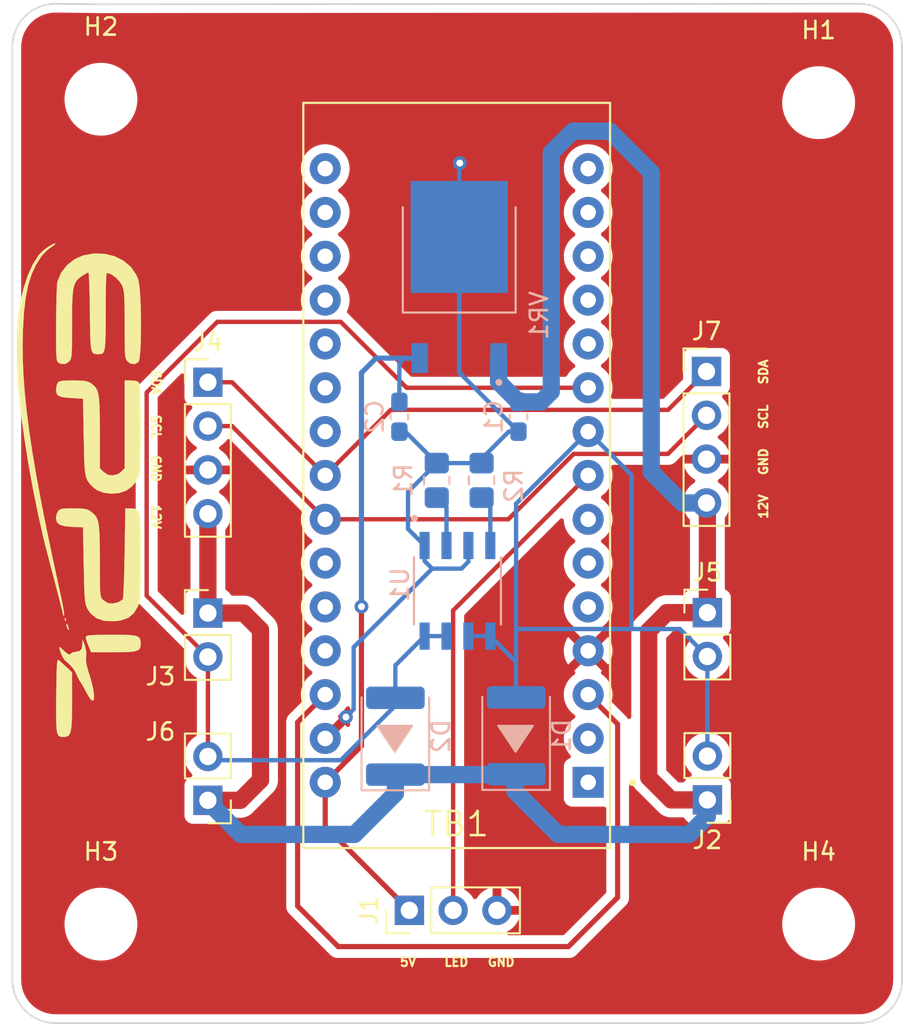
<source format=kicad_pcb>
(kicad_pcb (version 20211014) (generator pcbnew)
  (layers (0 "F.Cu" signal) (31 "B.Cu" signal) (34 "B.Paste" user) (35 "F.Paste" user) (36 "B.SilkS" user "B.Silkscreen") (37 "F.SilkS" user "F.Silkscreen") (38 "B.Mask" user) (39 "F.Mask" user) (44 "Edge.Cuts" user))
  (net 0 "")
  (net 1 "VCC")
  (net 2 "/SOL1")
  (net 3 "/SOL2")
  (net 4 "/LED")
  (net 5 "GND")
  (net 6 "/SDA")
  (net 7 "/SCL")
  (net 8 "/Gate 1")
  (net 9 "/Gate 2")
  (net 12 "unconnected-(TB1-Pad28)")
  (net 31 "/5V")
  (footprint "Connector_PinHeader_2.54mm:PinHeader_1x02_P2.54mm_Vertical" (layer "F.Cu") (at 176.75 93.75)
    (fp_text reference "J5" (at 0 -2.33) (layer "F.SilkS"))
    (fp_text value "Conn_01x02_Male")
    (fp_line (start -1.33 1.27) (end -1.33 3.87) (layer "F.SilkS") (width 0.12))
    (fp_line (start -1.33 0) (end -1.33 -1.33) (layer "F.SilkS") (width 0.12))
    (fp_line (start -1.33 -1.33) (end 0 -1.33) (layer "F.SilkS") (width 0.12))
    (fp_line (start -1.33 1.27) (end 1.33 1.27) (layer "F.SilkS") (width 0.12))
    (fp_line (start 1.33 1.27) (end 1.33 3.87) (layer "F.SilkS") (width 0.12))
    (fp_line (start -1.33 3.87) (end 1.33 3.87) (layer "F.SilkS") (width 0.12))
    (pad "1" thru_hole rect (at 0 0) (size 1.7 1.7) (drill 1) (layers *.Cu *.Mask) (net 1 "VCC"))
    (pad "2" thru_hole oval (at 0 2.54) (size 1.7 1.7) (drill 1) (layers *.Cu *.Mask) (net 2 "/SOL1"))
  )
  (footprint "footprints:MountingHole_3.2mm_M3" (layer "F.Cu") (at 183.2 64.2)
    (fp_text reference "H1" (at 0 -4.2) (layer "F.SilkS"))
    (fp_text value "MountingHole")
    (pad "" np_thru_hole circle locked (at 0 0) (size 3.2 3.2) (drill 3.2) (layers *.Cu *.Mask))
  )
  (footprint "Connector_PinHeader_2.54mm:PinHeader_1x04_P2.54mm_Vertical" (layer "F.Cu") (at 176.7 79.775)
    (fp_text reference "J7" (at 0 -2.33) (layer "F.SilkS"))
    (fp_text value "Conn_01x04_Male")
    (fp_line (start -1.33 -1.33) (end 0 -1.33) (layer "F.SilkS") (width 0.12))
    (fp_line (start 1.33 1.27) (end 1.33 8.95) (layer "F.SilkS") (width 0.12))
    (fp_line (start -1.33 1.27) (end -1.33 8.95) (layer "F.SilkS") (width 0.12))
    (fp_line (start -1.33 8.95) (end 1.33 8.95) (layer "F.SilkS") (width 0.12))
    (fp_line (start -1.33 1.27) (end 1.33 1.27) (layer "F.SilkS") (width 0.12))
    (fp_line (start -1.33 0) (end -1.33 -1.33) (layer "F.SilkS") (width 0.12))
    (pad "1" thru_hole rect (at 0 0) (size 1.7 1.7) (drill 1) (layers *.Cu *.Mask) (net 6 "/SDA"))
    (pad "2" thru_hole oval (at 0 2.54) (size 1.7 1.7) (drill 1) (layers *.Cu *.Mask) (net 7 "/SCL"))
    (pad "3" thru_hole oval (at 0 5.08) (size 1.7 1.7) (drill 1) (layers *.Cu *.Mask) (net 5 "GND"))
    (pad "4" thru_hole oval (at 0 7.62) (size 1.7 1.7) (drill 1) (layers *.Cu *.Mask) (net 1 "VCC"))
  )
  (footprint "Connector_PinHeader_2.54mm:PinHeader_1x02_P2.54mm_Vertical" (layer "F.Cu") (at 176.75 104.6 180)
    (fp_text reference "J2" (at 0 -2.33) (layer "F.SilkS"))
    (fp_text value "Conn_01x02_Male")
    (fp_line (start -1.33 1.27) (end 1.33 1.27) (layer "F.SilkS") (width 0.12))
    (fp_line (start 1.33 1.27) (end 1.33 3.87) (layer "F.SilkS") (width 0.12))
    (fp_line (start -1.33 0) (end -1.33 -1.33) (layer "F.SilkS") (width 0.12))
    (fp_line (start -1.33 -1.33) (end 0 -1.33) (layer "F.SilkS") (width 0.12))
    (fp_line (start -1.33 3.87) (end 1.33 3.87) (layer "F.SilkS") (width 0.12))
    (fp_line (start -1.33 1.27) (end -1.33 3.87) (layer "F.SilkS") (width 0.12))
    (pad "1" thru_hole rect (at 0 0 180) (size 1.7 1.7) (drill 1) (layers *.Cu *.Mask) (net 1 "VCC"))
    (pad "2" thru_hole oval (at 0 2.54 180) (size 1.7 1.7) (drill 1) (layers *.Cu *.Mask) (net 2 "/SOL1"))
  )
  (footprint ".pretty:SHIELD_ARDUINO_NANO" (layer "F.Cu") (at 162.22 85.8 180)
    (fp_text reference "TB1" (at 0.02 -20.2) (layer "F.SilkS") (effects (font (size 1.4 1.4))))
    (fp_text value "ARDUINO_NANO")
    (fp_line (start -8.89 -21.59) (end 8.89 -21.59) (layer "F.SilkS") (width 0.127))
    (fp_line (start -8.89 21.59) (end -8.89 -21.59) (layer "F.SilkS") (width 0.127))
    (fp_line (start 8.89 21.59) (end -8.89 21.59) (layer "F.SilkS") (width 0.127))
    (fp_line (start 8.89 -21.59) (end 8.89 21.59) (layer "F.SilkS") (width 0.127))
    (fp_circle (center -10.2 -17.8) (end -10.1 -17.8) (layer "F.SilkS") (width 0.2) (fill none))
    (pad "1" thru_hole rect locked (at -7.62 -17.78 180) (size 1.8 1.8) (drill 0.9) (layers *.Cu *.Mask))
    (pad "2" thru_hole circle locked (at -7.62 -15.24 180) (size 1.8 1.8) (drill 0.9) (layers *.Cu *.Mask))
    (pad "3" thru_hole circle locked (at -7.62 -12.7 180) (size 1.8 1.8) (drill 0.9) (layers *.Cu *.Mask) (net 12 "unconnected-(TB1-Pad28)"))
    (pad "4" thru_hole circle locked (at -7.62 -10.16 180) (size 1.8 1.8) (drill 0.9) (layers *.Cu *.Mask) (net 5 "GND"))
    (pad "5" thru_hole circle locked (at -7.62 -7.62 180) (size 1.8 1.8) (drill 0.9) (layers *.Cu *.Mask))
    (pad "6" thru_hole circle locked (at -7.62 -5.08 180) (size 1.8 1.8) (drill 0.9) (layers *.Cu *.Mask))
    (pad "7" thru_hole circle locked (at -7.62 -2.54 180) (size 1.8 1.8) (drill 0.9) (layers *.Cu *.Mask))
    (pad "8" thru_hole circle locked (at -7.62 0 180) (size 1.8 1.8) (drill 0.9) (layers *.Cu *.Mask) (net 4 "/LED"))
    (pad "9" thru_hole circle locked (at -7.62 2.54 180) (size 1.8 1.8) (drill 0.9) (layers *.Cu *.Mask) (net 2 "/SOL1"))
    (pad "10" thru_hole circle locked (at -7.62 5.08 180) (size 1.8 1.8) (drill 0.9) (layers *.Cu *.Mask) (net 3 "/SOL2"))
    (pad "11" thru_hole circle locked (at -7.62 7.62 180) (size 1.8 1.8) (drill 0.9) (layers *.Cu *.Mask))
    (pad "12" thru_hole circle locked (at -7.62 10.16 180) (size 1.8 1.8) (drill 0.9) (layers *.Cu *.Mask))
    (pad "13" thru_hole circle locked (at -7.62 12.7 180) (size 1.8 1.8) (drill 0.9) (layers *.Cu *.Mask))
    (pad "14" thru_hole circle locked (at -7.62 15.24 180) (size 1.8 1.8) (drill 0.9) (layers *.Cu *.Mask))
    (pad "15" thru_hole circle locked (at -7.62 17.78 180) (size 1.8 1.8) (drill 0.9) (layers *.Cu *.Mask))
    (pad "16" thru_hole circle locked (at 7.62 17.78 180) (size 1.8 1.8) (drill 0.9) (layers *.Cu *.Mask))
    (pad "17" thru_hole circle locked (at 7.62 15.24 180) (size 1.8 1.8) (drill 0.9) (layers *.Cu *.Mask))
    (pad "18" thru_hole circle locked (at 7.62 12.7 180) (size 1.8 1.8) (drill 0.9) (layers *.Cu *.Mask))
    (pad "19" thru_hole circle locked (at 7.62 10.16 180) (size 1.8 1.8) (drill 0.9) (layers *.Cu *.Mask))
    (pad "20" thru_hole circle locked (at 7.62 7.62 180) (size 1.8 1.8) (drill 0.9) (layers *.Cu *.Mask))
    (pad "21" thru_hole circle locked (at 7.62 5.08 180) (size 1.8 1.8) (drill 0.9) (layers *.Cu *.Mask))
    (pad "22" thru_hole circle locked (at 7.62 2.54 180) (size 1.8 1.8) (drill 0.9) (layers *.Cu *.Mask))
    (pad "23" thru_hole circle locked (at 7.62 0 180) (size 1.8 1.8) (drill 0.9) (layers *.Cu *.Mask) (net 6 "/SDA"))
    (pad "24" thru_hole circle locked (at 7.62 -2.54 180) (size 1.8 1.8) (drill 0.9) (layers *.Cu *.Mask) (net 7 "/SCL"))
    (pad "25" thru_hole circle locked (at 7.62 -5.08 180) (size 1.8 1.8) (drill 0.9) (layers *.Cu *.Mask))
    (pad "26" thru_hole circle locked (at 7.62 -7.62 180) (size 1.8 1.8) (drill 0.9) (layers *.Cu *.Mask))
    (pad "27" thru_hole circle locked (at 7.62 -10.16 180) (size 1.8 1.8) (drill 0.9) (layers *.Cu *.Mask))
    (pad "28" thru_hole circle locked (at 7.62 -12.7 180) (size 1.8 1.8) (drill 0.9) (layers *.Cu *.Mask) (net 12 "unconnected-(TB1-Pad28)"))
    (pad "29" thru_hole circle locked (at 7.62 -15.24 180) (size 1.8 1.8) (drill 0.9) (layers *.Cu *.Mask) (net 5 "GND"))
    (pad "30" thru_hole circle locked (at 7.62 -17.78 180) (size 1.8 1.8) (drill 0.9) (layers *.Cu *.Mask) (net 31 "/5V"))
  )
  (footprint "Connector_PinHeader_2.54mm:PinHeader_1x02_P2.54mm_Vertical" (layer "F.Cu") (at 147.8 93.775)
    (fp_text reference "J3" (at -2.75 3.675) (layer "F.SilkS"))
    (fp_text value "Conn_01x02_Male")
    (fp_line (start 1.33 1.27) (end 1.33 3.87) (layer "F.SilkS") (width 0.12))
    (fp_line (start -1.33 -1.33) (end 0 -1.33) (layer "F.SilkS") (width 0.12))
    (fp_line (start -1.33 0) (end -1.33 -1.33) (layer "F.SilkS") (width 0.12))
    (fp_line (start -1.33 1.27) (end -1.33 3.87) (layer "F.SilkS") (width 0.12))
    (fp_line (start -1.33 1.27) (end 1.33 1.27) (layer "F.SilkS") (width 0.12))
    (fp_line (start -1.33 3.87) (end 1.33 3.87) (layer "F.SilkS") (width 0.12))
    (pad "1" thru_hole rect (at 0 0) (size 1.7 1.7) (drill 1) (layers *.Cu *.Mask) (net 1 "VCC"))
    (pad "2" thru_hole oval (at 0 2.54) (size 1.7 1.7) (drill 1) (layers *.Cu *.Mask) (net 3 "/SOL2"))
  )
  (footprint "Connector_PinHeader_2.54mm:PinHeader_1x04_P2.54mm_Vertical" (layer "F.Cu") (at 147.8 80.4)
    (fp_text reference "J4" (at 0 -2.33) (layer "F.SilkS"))
    (fp_text value "Conn_01x04_Male")
    (fp_line (start -1.33 0) (end -1.33 -1.33) (layer "F.SilkS") (width 0.12))
    (fp_line (start -1.33 1.27) (end -1.33 8.95) (layer "F.SilkS") (width 0.12))
    (fp_line (start -1.33 1.27) (end 1.33 1.27) (layer "F.SilkS") (width 0.12))
    (fp_line (start -1.33 -1.33) (end 0 -1.33) (layer "F.SilkS") (width 0.12))
    (fp_line (start 1.33 1.27) (end 1.33 8.95) (layer "F.SilkS") (width 0.12))
    (fp_line (start -1.33 8.95) (end 1.33 8.95) (layer "F.SilkS") (width 0.12))
    (pad "1" thru_hole rect (at 0 0) (size 1.7 1.7) (drill 1) (layers *.Cu *.Mask) (net 6 "/SDA"))
    (pad "2" thru_hole oval (at 0 2.54) (size 1.7 1.7) (drill 1) (layers *.Cu *.Mask) (net 7 "/SCL"))
    (pad "3" thru_hole oval (at 0 5.08) (size 1.7 1.7) (drill 1) (layers *.Cu *.Mask) (net 5 "GND"))
    (pad "4" thru_hole oval (at 0 7.62) (size 1.7 1.7) (drill 1) (layers *.Cu *.Mask) (net 1 "VCC"))
  )
  (footprint "footprints:MountingHole_3.2mm_M3" (layer "F.Cu") (at 141.6 111.8)
    (fp_text reference "H3" (at 0 -4.2) (layer "F.SilkS"))
    (fp_text value "MountingHole")
    (pad "" np_thru_hole circle locked (at 0 0) (size 3.2 3.2) (drill 3.2) (layers *.Cu *.Mask))
  )
  (footprint ".pretty:eppl_logo" (layer "F.Cu") (at 140.35 86.9 -90)
    (fp_text reference "G***" hide)
    (fp_text value "LOGO" hide)
    (fp_poly (pts (xy 7.823579 0.653284) (xy 7.789334 0.677333) (xy 7.608592 0.747533) (xy 7.535334 0.754752) (xy 7.484703 0.730578) (xy 7.577667 0.677333) (xy 7.757171 0.613841) (xy 7.849787 0.605824) (xy 7.823579 0.653284)) (layer "F.SilkS") (width 0.01) (fill solid))
    (fp_poly (pts (xy -9.203977 -3.566669) (xy -8.69612 -3.551667) (xy -8.260449 -3.527073) (xy -7.924614 -3.492809) (xy -7.716266 -3.448797) (xy -7.668381 -3.422953) (xy -7.54706 -3.200637) (xy -7.585021 -2.958073) (xy -7.704666 -2.794) (xy -7.767737 -2.739855) (xy -7.84929 -2.698644) (xy -7.971432 -2.668612) (xy -8.156272 -2.648002) (xy -8.425914 -2.63506) (xy -8.802467 -2.628029) (xy -9.308036 -2.625154) (xy -9.836935 -2.624667) (xy -10.472584 -2.623575) (xy -10.963133 -2.619115) (xy -11.332809 -2.609514) (xy -11.605836 -2.592999) (xy -11.806441 -2.567794) (xy -11.95885 -2.532127) (xy -12.087289 -2.484223) (xy -12.149682 -2.455326) (xy -12.356861 -2.316198) (xy -12.557638 -2.11952) (xy -12.721642 -1.90553) (xy -12.818501 -1.714467) (xy -12.817842 -1.586567) (xy -12.81128 -1.578836) (xy -12.715158 -1.564122) (xy -12.472617 -1.5509) (xy -12.106569 -1.539725) (xy -11.639924 -1.531149) (xy -11.095594 -1.525727) (xy -10.543822 -1.524) (xy -9.841705 -1.523119) (xy -9.290658 -1.518361) (xy -8.872418 -1.506556) (xy -8.568724 -1.484536) (xy -8.361314 -1.44913) (xy -8.231925 -1.397168) (xy -8.162296 -1.32548) (xy -8.134164 -1.230897) (xy -8.129268 -1.110248) (xy -8.129296 -1.1049) (xy -8.13212 -0.969685) (xy -8.150909 -0.863197) (xy -8.203861 -0.781762) (xy -8.30917 -0.721705) (xy -8.485032 -0.679352) (xy -8.749642 -0.651028) (xy -9.121197 -0.633058) (xy -9.617891 -0.621768) (xy -10.25792 -0.613483) (xy -10.58015 -0.609947) (xy -11.182891 -0.601186) (xy -11.726203 -0.589137) (xy -12.188288 -0.574619) (xy -12.547346 -0.558454) (xy -12.781579 -0.541462) (xy -12.869187 -0.524463) (xy -12.869333 -0.523767) (xy -12.825596 -0.421894) (xy -12.715738 -0.238652) (xy -12.662837 -0.158755) (xy -12.537436 0.012264) (xy -12.4065 0.146161) (xy -12.248393 0.24745) (xy -12.041478 0.320644) (xy -11.76412 0.370254) (xy -11.394684 0.400794) (xy -10.911533 0.416776) (xy -10.293031 0.422714) (xy -9.872038 0.423333) (xy -9.237455 0.424077) (xy -8.750324 0.42745) (xy -8.388765 0.435161) (xy -8.130899 0.448919) (xy -7.954845 0.470434) (xy -7.838725 0.501415) (xy -7.760659 0.543571) (xy -7.704666 0.592666) (xy -7.555707 0.818426) (xy -7.566014 1.061636) (xy -7.622979 1.190899) (xy -7.657514 1.240798) (xy -7.714459 1.279268) (xy -7.813848 1.307681) (xy -7.975716 1.327408) (xy -8.220097 1.339822) (xy -8.567026 1.346294) (xy -9.036537 1.348198) (xy -9.648664 1.346904) (xy -9.887812 1.346) (xy -10.492076 1.341274) (xy -11.052026 1.332518) (xy -11.541698 1.320484) (xy -11.935128 1.305926) (xy -12.206352 1.289595) (xy -12.319 1.275497) (xy -12.826503 1.069119) (xy -13.273587 0.72796) (xy -13.626802 0.284414) (xy -13.844907 -0.202169) (xy -13.962355 -0.838329) (xy -13.944246 -1.459177) (xy -13.801198 -2.040172) (xy -13.543827 -2.556774) (xy -13.182747 -2.984442) (xy -12.728574 -3.298637) (xy -12.457444 -3.409573) (xy -12.218528 -3.459557) (xy -11.858238 -3.50049) (xy -11.404225 -3.532293) (xy -10.884142 -3.554889) (xy -10.325638 -3.568202) (xy -9.756366 -3.572155) (xy -9.203977 -3.566669)) (layer "F.SilkS") (width 0.01) (fill solid))
    (fp_poly (pts (xy -3.43942 -3.555109) (xy -2.858108 -3.550614) (xy -2.317315 -3.541829) (xy -1.843268 -3.528731) (xy -1.462193 -3.511296) (xy -1.200314 -3.489502) (xy -1.106481 -3.473001) (xy -0.778815 -3.312441) (xy -0.464314 -3.047574) (xy -0.228987 -2.734974) (xy -0.215423 -2.709334) (xy -0.081547 -2.308792) (xy -0.043418 -1.86076) (xy -0.096638 -1.419642) (xy -0.236811 -1.039843) (xy -0.364928 -0.85959) (xy -0.518213 -0.697086) (xy -0.654618 -0.569199) (xy -0.796283 -0.471363) (xy -0.965352 -0.399013) (xy -1.183965 -0.347583) (xy -1.474265 -0.312508) (xy -1.858393 -0.289223) (xy -2.358492 -0.273162) (xy -2.996702 -0.25976) (xy -3.302 -0.254) (xy -5.545666 -0.211667) (xy -5.588 0.490145) (xy -5.622362 0.883944) (xy -5.679781 1.137645) (xy -5.777454 1.280381) (xy -5.932576 1.341286) (xy -6.096 1.350795) (xy -6.324047 1.315331) (xy -6.455833 1.263218) (xy -6.526456 1.196942) (xy -6.570872 1.075316) (xy -6.59467 0.864585) (xy -6.603443 0.530994) (xy -6.604 0.368696) (xy -6.598614 -0.028993) (xy -6.577508 -0.300944) (xy -6.533261 -0.490552) (xy -6.458452 -0.641208) (xy -6.42208 -0.69501) (xy -6.310223 -0.837188) (xy -6.186598 -0.949018) (xy -6.030422 -1.034108) (xy -5.820913 -1.096065) (xy -5.537286 -1.138496) (xy -5.15876 -1.16501) (xy -4.664551 -1.179212) (xy -4.033877 -1.184711) (xy -3.597204 -1.185334) (xy -1.516303 -1.185334) (xy -1.308485 -1.393152) (xy -1.134914 -1.667802) (xy -1.100666 -1.905001) (xy -1.169759 -2.228021) (xy -1.308485 -2.416849) (xy -1.516303 -2.624667) (xy -6.604 -2.624667) (xy -6.604 -3.002688) (xy -6.582569 -3.269728) (xy -6.506905 -3.42007) (xy -6.440233 -3.468355) (xy -6.309592 -3.493254) (xy -6.035893 -3.514023) (xy -5.645362 -3.530639) (xy -5.164224 -3.543078) (xy -4.618703 -3.551318) (xy -4.035027 -3.555336) (xy -3.43942 -3.555109)) (layer "F.SilkS") (width 0.01) (fill solid))
    (fp_poly (pts (xy 8.814921 -3.543634) (xy 8.946347 -3.49164) (xy 9.037504 -3.377676) (xy 9.095613 -3.179399) (xy 9.1279 -2.874466) (xy 9.141588 -2.440535) (xy 9.144 -1.984756) (xy 9.144 -0.679606) (xy 8.861459 -0.561553) (xy 8.547625 -0.436573) (xy 8.352989 -0.380045) (xy 8.243939 -0.387455) (xy 8.186866 -0.454287) (xy 8.18036 -0.470069) (xy 8.16241 -0.598556) (xy 8.147112 -0.863907) (xy 8.135617 -1.233658) (xy 8.129073 -1.675347) (xy 8.128 -1.948211) (xy 8.131745 -2.508655) (xy 8.14764 -2.921969) (xy 8.182675 -3.210278) (xy 8.243841 -3.395704) (xy 8.338129 -3.500374) (xy 8.472528 -3.546411) (xy 8.636 -3.556) (xy 8.814921 -3.543634)) (layer "F.SilkS") (width 0.01) (fill solid))
    (fp_poly (pts (xy 11.950404 -0.80449) (xy 11.933521 -0.714279) (xy 11.932519 -0.713062) (xy 11.79682 -0.601455) (xy 11.567241 -0.458124) (xy 11.392985 -0.364744) (xy 11.131334 -0.226219) (xy 10.919589 -0.100994) (xy 10.837334 -0.043094) (xy 10.675536 0.054809) (xy 10.440104 0.1586) (xy 10.393541 0.175673) (xy 10.136754 0.317523) (xy 9.881995 0.537028) (xy 9.813871 0.614621) (xy 9.624902 0.826748) (xy 9.435563 0.967014) (xy 9.181909 1.075558) (xy 8.974667 1.141432) (xy 8.859913 1.169122) (xy 8.842587 1.140141) (xy 8.93072 1.030843) (xy 9.058355 0.895045) (xy 9.229487 0.697178) (xy 9.282023 0.577732) (xy 9.240587 0.515367) (xy 9.154051 0.386207) (xy 9.115618 0.201559) (xy 9.071715 -0.021621) (xy 8.942228 -0.135887) (xy 8.688415 -0.174597) (xy 8.678334 -0.174944) (xy 8.424334 -0.183147) (xy 8.720167 -0.311916) (xy 9.134925 -0.403383) (xy 9.376345 -0.391294) (xy 9.624699 -0.38249) (xy 9.919236 -0.427315) (xy 10.304514 -0.53389) (xy 10.490001 -0.594285) (xy 10.903989 -0.717572) (xy 11.282244 -0.802313) (xy 11.599545 -0.846431) (xy 11.830672 -0.847849) (xy 11.950404 -0.80449)) (layer "F.SilkS") (width 0.01) (fill solid))
    (fp_poly (pts (xy 12.639017 0.426495) (xy 13.135306 0.439095) (xy 13.501171 0.465803) (xy 13.756031 0.511291) (xy 13.919307 0.580229) (xy 14.01042 0.677288) (xy 14.04879 0.807138) (xy 14.054667 0.9192) (xy 14.048947 1.053853) (xy 14.018757 1.157373) (xy 13.944551 1.233671) (xy 13.806784 1.286659) (xy 13.585908 1.32025) (xy 13.26238 1.338355) (xy 12.816652 1.344886) (xy 12.22918 1.343754) (xy 11.942234 1.34198) (xy 11.376758 1.336759) (xy 10.856643 1.329204) (xy 10.409796 1.319941) (xy 10.064124 1.309593) (xy 9.847537 1.298786) (xy 9.800167 1.294023) (xy 9.631539 1.26213) (xy 9.567334 1.238418) (xy 9.620256 1.171142) (xy 9.7585 1.015353) (xy 9.937387 0.820708) (xy 10.30744 0.423333) (xy 11.992881 0.423333) (xy 12.639017 0.426495)) (layer "F.SilkS") (width 0.01) (fill solid))
    (fp_poly (pts (xy 7.00688 0.882657) (xy 7.024561 0.931472) (xy 7.020278 0.931998) (xy 6.9173 0.952959) (xy 6.67967 1.009907) (xy 6.336407 1.095407) (xy 5.916529 1.202023) (xy 5.449057 1.322321) (xy 4.96301 1.448866) (xy 4.487406 1.574223) (xy 4.051265 1.690958) (xy 3.937 1.721949) (xy 2.632226 2.055579) (xy 1.233126 2.374327) (xy -0.221333 2.671288) (xy -1.692184 2.939561) (xy -3.140461 3.172241) (xy -4.527196 3.362426) (xy -5.813423 3.503212) (xy -6.392333 3.551861) (xy -7.542986 3.612444) (xy -8.670677 3.624158) (xy -9.721699 3.587137) (xy -10.287 3.542202) (xy -11.147396 3.419029) (xy -11.963341 3.229516) (xy -12.706036 2.98364) (xy -13.346678 2.691377) (xy -13.856467 2.362702) (xy -13.971217 2.266065) (xy -14.131378 2.09484) (xy -14.297104 1.87696) (xy -14.439551 1.656866) (xy -14.529876 1.479001) (xy -14.540487 1.388931) (xy -14.476836 1.427398) (xy -14.367408 1.573681) (xy -14.324696 1.642845) (xy -14.149157 1.871383) (xy -13.90445 2.111449) (xy -13.785034 2.207346) (xy -13.290755 2.522161) (xy -12.737537 2.775028) (xy -12.104169 2.971203) (xy -11.369434 3.11594) (xy -10.51212 3.214495) (xy -9.511013 3.272123) (xy -9.482666 3.27313) (xy -8.614175 3.289184) (xy -7.717132 3.276085) (xy -6.779562 3.232123) (xy -5.789488 3.155588) (xy -4.734937 3.044771) (xy -3.603932 2.897962) (xy -2.384498 2.71345) (xy -1.06466 2.489528) (xy 0.367557 2.224483) (xy 1.92413 1.916608) (xy 3.617034 1.564191) (xy 5.458243 1.165525) (xy 5.786269 1.093159) (xy 6.209602 1.003508) (xy 6.571926 0.934286) (xy 6.842307 0.890829) (xy 6.989816 0.87847) (xy 7.00688 0.882657)) (layer "F.SilkS") (width 0.01) (fill solid))
    (fp_poly (pts (xy 7.34307 0.795513) (xy 7.317819 0.833995) (xy 7.231945 0.839982) (xy 7.141602 0.819305) (xy 7.180792 0.788829) (xy 7.313116 0.778736) (xy 7.34307 0.795513)) (layer "F.SilkS") (width 0.01) (fill solid))
    (fp_poly (pts (xy 4.341266 -3.555302) (xy 4.914344 -3.552367) (xy 5.360348 -3.545941) (xy 5.700406 -3.534765) (xy 5.955648 -3.517585) (xy 6.147202 -3.493142) (xy 6.296196 -3.460182) (xy 6.423759 -3.417446) (xy 6.503638 -3.384502) (xy 6.887783 -3.152647) (xy 7.149571 -2.832037) (xy 7.301767 -2.402019) (xy 7.350569 -2.014536) (xy 7.325106 -1.446259) (xy 7.17313 -0.989706) (xy 6.893883 -0.643199) (xy 6.658577 -0.484002) (xy 6.542425 -0.426613) (xy 6.41923 -0.381568) (xy 6.266549 -0.346846) (xy 6.061935 -0.320423) (xy 5.782946 -0.300278) (xy 5.407136 -0.284387) (xy 4.912061 -0.270728) (xy 4.275278 -0.257279) (xy 4.106334 -0.254) (xy 1.905 -0.211667) (xy 1.87974 0.421189) (xy 1.840568 0.850387) (xy 1.755785 1.134766) (xy 1.613592 1.29543) (xy 1.402184 1.353483) (xy 1.357727 1.354666) (xy 1.119599 1.309044) (xy 0.968682 1.23433) (xy 0.888779 1.153746) (xy 0.839491 1.029827) (xy 0.813839 0.825072) (xy 0.804841 0.501976) (xy 0.804334 0.351446) (xy 0.810735 -0.037867) (xy 0.835116 -0.302497) (xy 0.88524 -0.486785) (xy 0.968871 -0.635073) (xy 0.979685 -0.650051) (xy 1.102883 -0.805403) (xy 1.232257 -0.927477) (xy 1.389052 -1.02026) (xy 1.59451 -1.087739) (xy 1.869874 -1.1339) (xy 2.236386 -1.16273) (xy 2.715289 -1.178216) (xy 3.327827 -1.184345) (xy 3.831167 -1.185202) (xy 4.482924 -1.185952) (xy 4.986604 -1.189158) (xy 5.363461 -1.196391) (xy 5.634747 -1.209222) (xy 5.821717 -1.229224) (xy 5.945624 -1.257968) (xy 6.027722 -1.297025) (xy 6.089264 -1.347967) (xy 6.093847 -1.352514) (xy 6.24327 -1.561504) (xy 6.315104 -1.735157) (xy 6.318644 -1.9698) (xy 6.249671 -2.235777) (xy 6.133675 -2.453409) (xy 6.063809 -2.52065) (xy 5.958259 -2.537383) (xy 5.704926 -2.555171) (xy 5.32535 -2.573178) (xy 4.841069 -2.590566) (xy 4.273623 -2.6065) (xy 3.644553 -2.620141) (xy 3.386667 -2.624667) (xy 0.804334 -2.667) (xy 0.815308 -2.99935) (xy 0.823077 -3.151071) (xy 0.846722 -3.272366) (xy 0.903396 -3.366642) (xy 1.010255 -3.437302) (xy 1.184453 -3.487752) (xy 1.443144 -3.521395) (xy 1.803482 -3.541637) (xy 2.282622 -3.551882) (xy 2.897718 -3.555535) (xy 3.619987 -3.556) (xy 4.341266 -3.555302)) (layer "F.SilkS") (width 0.01) (fill solid))
  )
  (footprint "Connector_PinHeader_2.54mm:PinHeader_1x02_P2.54mm_Vertical" (layer "F.Cu") (at 147.8 104.625 180)
    (fp_text reference "J6" (at 2.75 3.975) (layer "F.SilkS"))
    (fp_text value "Conn_01x02_Male")
    (fp_line (start -1.33 3.87) (end 1.33 3.87) (layer "F.SilkS") (width 0.12))
    (fp_line (start -1.33 1.27) (end 1.33 1.27) (layer "F.SilkS") (width 0.12))
    (fp_line (start 1.33 1.27) (end 1.33 3.87) (layer "F.SilkS") (width 0.12))
    (fp_line (start -1.33 1.27) (end -1.33 3.87) (layer "F.SilkS") (width 0.12))
    (fp_line (start -1.33 -1.33) (end 0 -1.33) (layer "F.SilkS") (width 0.12))
    (fp_line (start -1.33 0) (end -1.33 -1.33) (layer "F.SilkS") (width 0.12))
    (pad "1" thru_hole rect (at 0 0 180) (size 1.7 1.7) (drill 1) (layers *.Cu *.Mask) (net 1 "VCC"))
    (pad "2" thru_hole oval (at 0 2.54 180) (size 1.7 1.7) (drill 1) (layers *.Cu *.Mask) (net 3 "/SOL2"))
  )
  (footprint "footprints:MountingHole_3.2mm_M3" (layer "F.Cu") (at 183.2 111.8)
    (fp_text reference "H4" (at 0 -4.2) (layer "F.SilkS"))
    (fp_text value "MountingHole")
    (pad "" np_thru_hole circle locked (at 0 0) (size 3.2 3.2) (drill 3.2) (layers *.Cu *.Mask))
  )
  (footprint "Connector_PinHeader_2.54mm:PinHeader_1x03_P2.54mm_Vertical" (layer "F.Cu") (at 159.475 111 90)
    (fp_text reference "J1" (at 0 -2.33 90) (layer "F.SilkS"))
    (fp_text value "Conn_01x03_Male")
    (fp_line (start -1.33 0) (end -1.33 -1.33) (layer "F.SilkS") (width 0.12))
    (fp_line (start -1.33 6.41) (end 1.33 6.41) (layer "F.SilkS") (width 0.12))
    (fp_line (start 1.33 1.27) (end 1.33 6.41) (layer "F.SilkS") (width 0.12))
    (fp_line (start -1.33 -1.33) (end 0 -1.33) (layer "F.SilkS") (width 0.12))
    (fp_line (start -1.33 1.27) (end 1.33 1.27) (layer "F.SilkS") (width 0.12))
    (fp_line (start -1.33 1.27) (end -1.33 6.41) (layer "F.SilkS") (width 0.12))
    (pad "1" thru_hole rect (at 0 0 90) (size 1.7 1.7) (drill 1) (layers *.Cu *.Mask) (net 31 "/5V"))
    (pad "2" thru_hole oval (at 0 2.54 90) (size 1.7 1.7) (drill 1) (layers *.Cu *.Mask) (net 4 "/LED"))
    (pad "3" thru_hole oval (at 0 5.08 90) (size 1.7 1.7) (drill 1) (layers *.Cu *.Mask) (net 5 "GND"))
  )
  (footprint "footprints:MountingHole_3.2mm_M3" (layer "F.Cu") (at 141.6 64)
    (fp_text reference "H2" (at 0 -4.2) (layer "F.SilkS"))
    (fp_text value "MountingHole")
    (pad "" np_thru_hole circle locked (at 0 0) (size 3.2 3.2) (drill 3.2) (layers *.Cu *.Mask))
  )
  (footprint "Resistor_SMD:R_0805_2012Metric_Pad1.20x1.40mm_HandSolder" (layer "B.Cu") (at 161.065 86.085 -90)
    (fp_text reference "R1" (at 0 1.935 90) (layer "B.SilkS") (effects (justify mirror)))
    (fp_text value "10k")
    (fp_line (start -0.227064 -0.735) (end 0.227064 -0.735) (layer "B.SilkS") (width 0.12))
    (fp_line (start -0.227064 0.735) (end 0.227064 0.735) (layer "B.SilkS") (width 0.12))
    (pad "1" smd roundrect (at -1 0 270) (size 1.2 1.4) (layers "B.Cu" "B.Paste" "B.Mask") (roundrect_rratio 0.2083333333) (net 5 "GND"))
    (pad "2" smd roundrect (at 1 0 270) (size 1.2 1.4) (layers "B.Cu" "B.Paste" "B.Mask") (roundrect_rratio 0.2083333333) (net 8 "/Gate 1"))
  )
  (footprint "Resistor_SMD:R_0805_2012Metric_Pad1.20x1.40mm_HandSolder" (layer "B.Cu") (at 163.665 86.085 -90)
    (fp_text reference "R2" (at 0.315 -1.865 90) (layer "B.SilkS") (effects (justify mirror)))
    (fp_text value "10k")
    (fp_line (start -0.227064 -0.735) (end 0.227064 -0.735) (layer "B.SilkS") (width 0.12))
    (fp_line (start -0.227064 0.735) (end 0.227064 0.735) (layer "B.SilkS") (width 0.12))
    (pad "1" smd roundrect (at -1 0 270) (size 1.2 1.4) (layers "B.Cu" "B.Paste" "B.Mask") (roundrect_rratio 0.2083333333) (net 5 "GND"))
    (pad "2" smd roundrect (at 1 0 270) (size 1.2 1.4) (layers "B.Cu" "B.Paste" "B.Mask") (roundrect_rratio 0.2083333333) (net 9 "/Gate 2"))
  )
  (footprint "Capacitor_SMD:C_0603_1608Metric_Pad1.08x0.95mm_HandSolder" (layer "B.Cu") (at 158.9 82.4 -90)
    (fp_text reference "C2" (at 0 1.43 90) (layer "B.SilkS") (effects (justify mirror)))
    (fp_text value "0.1uF")
    (fp_line (start -0.146267 0.51) (end 0.146267 0.51) (layer "B.SilkS") (width 0.12))
    (fp_line (start -0.146267 -0.51) (end 0.146267 -0.51) (layer "B.SilkS") (width 0.12))
    (pad "1" smd roundrect (at -0.8625 0 270) (size 1.075 0.95) (layers "B.Cu" "B.Paste" "B.Mask") (net 31 "/5V"))
    (pad "2" smd roundrect (at 0.8625 0 270) (size 1.075 0.95) (layers "B.Cu" "B.Paste" "B.Mask") (net 5 "GND"))
  )
  (footprint "Capacitor_SMD:C_0603_1608Metric_Pad1.08x0.95mm_HandSolder" (layer "B.Cu") (at 165.8 82.4 -90)
    (fp_text reference "C1" (at 0 1.43 90) (layer "B.SilkS") (effects (justify mirror)))
    (fp_text value "0.33 uF")
    (fp_line (start -0.146267 0.51) (end 0.146267 0.51) (layer "B.SilkS") (width 0.12))
    (fp_line (start -0.146267 -0.51) (end 0.146267 -0.51) (layer "B.SilkS") (width 0.12))
    (pad "1" smd roundrect (at -0.8625 0 270) (size 1.075 0.95) (layers "B.Cu" "B.Paste" "B.Mask") (net 1 "VCC"))
    (pad "2" smd roundrect (at 0.8625 0 270) (size 1.075 0.95) (layers "B.Cu" "B.Paste" "B.Mask") (net 5 "GND"))
  )
  (footprint "Diode_SMD:D_1812_4532Metric_Pad1.30x3.40mm_HandSolder" (layer "B.Cu") (at 158.665 100.91 90)
    (fp_text reference "D2" (at 0 2.65 90) (layer "B.SilkS") (effects (justify mirror)))
    (fp_text value "D")
    (fp_line (start -3.135 -1.96) (end 2.25 -1.96) (layer "B.SilkS") (width 0.12))
    (fp_line (start -3.135 1.96) (end -3.135 -1.96) (layer "B.SilkS") (width 0.12))
    (fp_line (start 2.25 1.96) (end -3.135 1.96) (layer "B.SilkS") (width 0.12))
    (pad "1" smd roundrect (at -2.225 0 90) (size 1.3 3.4) (layers "B.Cu" "B.Paste" "B.Mask") (roundrect_rratio 0.1923076923) (net 1 "VCC"))
    (pad "2" smd roundrect (at 2.225 0 90) (size 1.3 3.4) (layers "B.Cu" "B.Paste" "B.Mask") (roundrect_rratio 0.1923076923) (net 3 "/SOL2"))
  )
  (footprint ".pretty:SOIC127P600X150-8N" (layer "B.Cu") (at 162.265 92.485 -90)
    (fp_text reference "U1" (at -0.355 3.332 90) (layer "B.SilkS") (effects (justify mirror)))
    (fp_text value "DMN4026SSD")
    (fp_line (start -1.95 -2.52) (end 1.95 -2.52) (layer "B.SilkS") (width 0.127))
    (fp_line (start -1.95 2.52) (end 1.95 2.52) (layer "B.SilkS") (width 0.127))
    (fp_circle (center -4.205 2.495) (end -4.105 2.495) (layer "B.SilkS") (width 0.2) (fill none))
    (pad "1" smd roundrect locked (at -2.625 1.905 270) (size 1.58 0.59) (layers "B.Cu" "B.Paste" "B.Mask") (roundrect_rratio 0.07) (net 5 "GND"))
    (pad "2" smd roundrect locked (at -2.625 0.635 270) (size 1.58 0.59) (layers "B.Cu" "B.Paste" "B.Mask") (roundrect_rratio 0.07) (net 8 "/Gate 1"))
    (pad "3" smd roundrect locked (at -2.625 -0.635 270) (size 1.58 0.59) (layers "B.Cu" "B.Paste" "B.Mask") (roundrect_rratio 0.07) (net 5 "GND"))
    (pad "4" smd roundrect locked (at -2.625 -1.905 270) (size 1.58 0.59) (layers "B.Cu" "B.Paste" "B.Mask") (roundrect_rratio 0.07) (net 9 "/Gate 2"))
    (pad "5" smd roundrect locked (at 2.625 -1.905 270) (size 1.58 0.59) (layers "B.Cu" "B.Paste" "B.Mask") (roundrect_rratio 0.07) (net 2 "/SOL1"))
    (pad "6" smd roundrect locked (at 2.625 -0.635 270) (size 1.58 0.59) (layers "B.Cu" "B.Paste" "B.Mask") (roundrect_rratio 0.07) (net 2 "/SOL1"))
    (pad "7" smd roundrect locked (at 2.625 0.635 270) (size 1.58 0.59) (layers "B.Cu" "B.Paste" "B.Mask") (roundrect_rratio 0.07) (net 3 "/SOL2"))
    (pad "8" smd roundrect locked (at 2.625 1.905 270) (size 1.58 0.59) (layers "B.Cu" "B.Paste" "B.Mask") (roundrect_rratio 0.07) (net 3 "/SOL2"))
  )
  (footprint "Diode_SMD:D_1812_4532Metric_Pad1.30x3.40mm_HandSolder" (layer "B.Cu") (at 165.665 100.885 90)
    (fp_text reference "D1" (at 0 2.65 90) (layer "B.SilkS") (effects (justify mirror)))
    (fp_text value "D")
    (fp_line (start -3.135 1.96) (end -3.135 -1.96) (layer "B.SilkS") (width 0.12))
    (fp_line (start -3.135 -1.96) (end 2.25 -1.96) (layer "B.SilkS") (width 0.12))
    (fp_line (start 2.25 1.96) (end -3.135 1.96) (layer "B.SilkS") (width 0.12))
    (pad "1" smd roundrect (at -2.225 0 90) (size 1.3 3.4) (layers "B.Cu" "B.Paste" "B.Mask") (roundrect_rratio 0.1923076923) (net 1 "VCC"))
    (pad "2" smd roundrect (at 2.225 0 90) (size 1.3 3.4) (layers "B.Cu" "B.Paste" "B.Mask") (roundrect_rratio 0.1923076923) (net 2 "/SOL1"))
  )
  (footprint ".pretty:TO228P991X255-3N" (layer "B.Cu") (at 162.365 74.3025 90)
    (fp_text reference "VR1" (at -2.23 4.635 90) (layer "B.SilkS") (effects (justify mirror)))
    (fp_text value "LM78M05CDTX/NOPB")
    (fp_line (start 4.043 3.27) (end -2.058 3.27) (layer "B.SilkS") (width 0.127))
    (fp_line (start -2.058 3.27) (end -2.058 -3.27) (layer "B.SilkS") (width 0.127))
    (fp_line (start -2.058 -3.27) (end 4.043 -3.27) (layer "B.SilkS") (width 0.127))
    (fp_circle (center -6.105 2.3) (end -6.005 2.3) (layer "B.SilkS") (width 0.2) (fill none))
    (pad "1" smd rect locked (at -4.7 2.285 90) (size 1.73 0.96) (layers "B.Cu" "B.Paste" "B.Mask") (net 1 "VCC"))
    (pad "3" smd rect locked (at -4.7 -2.285 90) (size 1.73 0.96) (layers "B.Cu" "B.Paste" "B.Mask") (net 31 "/5V"))
    (pad "4" smd rect locked (at 2.32 0 90) (size 6.49 5.63) (layers "B.Cu" "B.Mask") (net 5 "GND"))
  )
  (gr_poly (pts (xy 159.65 100.3) (xy 157.618 100.3) (xy 158.634 101.824)) (layer "B.SilkS") (width 0.1) (fill solid))
  (gr_poly (pts (xy 166.65 100.3) (xy 164.618 100.3) (xy 165.634 101.824)) (layer "B.SilkS") (width 0.1) (fill solid))
  (gr_line (start 138.967767 58.467767) (end 141.5 58.5) (layer "Edge.Cuts") (width 0.1))
  (gr_arc (start 136.467767 60.967767) (mid 137.2 59.2) (end 138.967767 58.467767) (layer "Edge.Cuts") (width 0.1))
  (gr_line (start 141.5 58.5) (end 185.532233 58.467767) (layer "Edge.Cuts") (width 0.1))
  (gr_line (start 136.467767 115.032233) (end 136.467767 60.967767) (layer "Edge.Cuts") (width 0.1))
  (gr_line (start 185.532233 117.532233) (end 138.967767 117.532233) (layer "Edge.Cuts") (width 0.1))
  (gr_line (start 188.032233 60.967767) (end 188.032233 115.032233) (layer "Edge.Cuts") (width 0.1))
  (gr_arc (start 138.967767 117.532233) (mid 137.2 116.8) (end 136.467767 115.032233) (layer "Edge.Cuts") (width 0.1))
  (gr_arc (start 185.532233 58.467767) (mid 187.3 59.2) (end 188.032233 60.967767) (layer "Edge.Cuts") (width 0.1))
  (gr_arc (start 188.032233 115.032233) (mid 187.3 116.8) (end 185.532233 117.532233) (layer "Edge.Cuts") (width 0.1))
  (gr_text "SDA" (at 144.8 80.4 270) (layer "F.SilkS") (effects (font (size 0.5 0.5) (thickness 0.125))))
  (gr_text "SCL" (at 180 82.4 90) (layer "F.SilkS") (effects (font (size 0.5 0.5) (thickness 0.125))))
  (gr_text "SCL" (at 144.8 83 270) (layer "F.SilkS") (effects (font (size 0.5 0.5) (thickness 0.125))))
  (gr_text "LED" (at 162.2 114) (layer "F.SilkS") (effects (font (size 0.5 0.5) (thickness 0.125))))
  (gr_text "12V" (at 144.8 88.2 270) (layer "F.SilkS") (effects (font (size 0.5 0.5) (thickness 0.125))))
  (gr_text "5V" (at 159.4 114) (layer "F.SilkS") (effects (font (size 0.5 0.5) (thickness 0.125))))
  (gr_text "SDA" (at 180 79.8 90) (layer "F.SilkS") (effects (font (size 0.5 0.5) (thickness 0.125))))
  (gr_text "GND" (at 144.8 85.4 270) (layer "F.SilkS") (effects (font (size 0.5 0.5) (thickness 0.125))))
  (gr_text "GND" (at 164.8 114) (layer "F.SilkS") (effects (font (size 0.5 0.5) (thickness 0.125))))
  (gr_text "GND" (at 180 85 90) (layer "F.SilkS") (effects (font (size 0.5 0.5) (thickness 0.125))))
  (gr_text "12V" (at 180 87.6 90) (layer "F.SilkS") (effects (font (size 0.5 0.5) (thickness 0.125))))
  (segment (start 176.75 87.445) (end 176.7 87.395) (width 1) (layer "F.Cu") (net 1))
  (segment (start 150.85 94.75) (end 150.85 103.45) (width 1) (layer "F.Cu") (net 1))
  (segment (start 173.35 103.3) (end 173.35 94.8) (width 1) (layer "F.Cu") (net 1))
  (segment (start 176.75 104.6) (end 174.65 104.6) (width 1) (layer "F.Cu") (net 1))
  (segment (start 150.85 103.45) (end 149.675 104.625) (width 1) (layer "F.Cu") (net 1))
  (segment (start 149.875 93.775) (end 150.85 94.75) (width 1) (layer "F.Cu") (net 1))
  (segment (start 147.8 88.02) (end 147.8 93.775) (width 1) (layer "F.Cu") (net 1))
  (segment (start 147.8 93.775) (end 149.875 93.775) (width 1) (layer "F.Cu") (net 1))
  (segment (start 174.65 104.6) (end 173.35 103.3) (width 1) (layer "F.Cu") (net 1))
  (segment (start 176.75 93.75) (end 176.75 87.445) (width 1) (layer "F.Cu") (net 1))
  (segment (start 174.4 93.75) (end 176.75 93.75) (width 1) (layer "F.Cu") (net 1))
  (segment (start 149.675 104.625) (end 147.8 104.625) (width 1) (layer "F.Cu") (net 1))
  (segment (start 173.35 94.8) (end 174.4 93.75) (width 1) (layer "F.Cu") (net 1))
  (segment (start 164.65 80.3875) (end 165.8 81.5375) (width 1) (layer "B.Cu") (net 1))
  (segment (start 158.665 104.235) (end 158.665 103.135) (width 1) (layer "B.Cu") (net 1))
  (segment (start 147.8 104.625) (end 147.8 104.7) (width 1) (layer "B.Cu") (net 1))
  (segment (start 164.65 79.0025) (end 164.65 80.3875) (width 1) (layer "B.Cu") (net 1))
  (segment (start 167.1125 81.5375) (end 167.7 80.95) (width 1) (layer "B.Cu") (net 1))
  (segment (start 167.7 67.1) (end 168.95 65.85) (width 1) (layer "B.Cu") (net 1))
  (segment (start 173.5 85.6) (end 175.295 87.395) (width 1) (layer "B.Cu") (net 1))
  (segment (start 165.6 103.175) (end 165.6 104.1) (width 1) (layer "B.Cu") (net 1))
  (segment (start 175.295 87.395) (end 176.7 87.395) (width 1) (layer "B.Cu") (net 1))
  (segment (start 158.665 103.135) (end 165.64 103.135) (width 1) (layer "B.Cu") (net 1))
  (segment (start 147.8 104.7) (end 149.7 106.6) (width 1) (layer "B.Cu") (net 1))
  (segment (start 165.6 104.1) (end 168.1 106.6) (width 1) (layer "B.Cu") (net 1))
  (segment (start 168.1 106.6) (end 175.7 106.6) (width 1) (layer "B.Cu") (net 1))
  (segment (start 171.1 65.85) (end 173.5 68.25) (width 1) (layer "B.Cu") (net 1))
  (segment (start 173.5 68.25) (end 173.5 85.6) (width 1) (layer "B.Cu") (net 1))
  (segment (start 149.7 106.6) (end 156.3 106.6) (width 1) (layer "B.Cu") (net 1))
  (segment (start 165.8 81.5375) (end 167.1125 81.5375) (width 1) (layer "B.Cu") (net 1))
  (segment (start 156.3 106.6) (end 158.665 104.235) (width 1) (layer "B.Cu") (net 1))
  (segment (start 168.95 65.85) (end 171.1 65.85) (width 1) (layer "B.Cu") (net 1))
  (segment (start 176.75 105.55) (end 176.75 104.6) (width 1) (layer "B.Cu") (net 1))
  (segment (start 167.7 80.95) (end 167.7 67.1) (width 1) (layer "B.Cu") (net 1))
  (segment (start 165.64 103.135) (end 165.665 103.11) (width 1) (layer "B.Cu") (net 1))
  (segment (start 165.665 103.11) (end 165.6 103.175) (width 1) (layer "B.Cu") (net 1))
  (segment (start 175.7 106.6) (end 176.75 105.55) (width 1) (layer "B.Cu") (net 1))
  (segment (start 172.35 85.77) (end 169.84 83.26) (width 0.254) (layer "B.Cu") (net 2))
  (segment (start 165.665 87.435) (end 165.665 94.785) (width 0.254) (layer "B.Cu") (net 2))
  (segment (start 176.75 96.29) (end 175.16 94.7) (width 0.254) (layer "B.Cu") (net 2))
  (segment (start 162.9 95.11) (end 164.17 95.11) (width 0.25) (layer "B.Cu") (net 2))
  (segment (start 164.17 95.11) (end 165.665 96.605) (width 0.25) (layer "B.Cu") (net 2))
  (segment (start 169.84 83.26) (end 165.665 87.435) (width 0.254) (layer "B.Cu") (net 2))
  (segment (start 165.665 94.785) (end 165.665 96.835) (width 0.254) (layer "B.Cu") (net 2))
  (segment (start 165.665 96.835) (end 165.665 98.66) (width 0.25) (layer "B.Cu") (net 2))
  (segment (start 176.75 96.29) (end 176.75 102.06) (width 0.254) (layer "B.Cu") (net 2))
  (segment (start 165.75 94.7) (end 165.665 94.785) (width 0.254) (layer "B.Cu") (net 2))
  (segment (start 175.16 94.7) (end 172.35 94.7) (width 0.254) (layer "B.Cu") (net 2))
  (segment (start 172.35 94.7) (end 165.75 94.7) (width 0.254) (layer "B.Cu") (net 2))
  (segment (start 172.35 94.7) (end 172.35 85.77) (width 0.254) (layer "B.Cu") (net 2))
  (segment (start 165.665 96.605) (end 165.665 96.835) (width 0.25) (layer "B.Cu") (net 2))
  (segment (start 144.25 92.765) (end 147.8 96.315) (width 0.254) (layer "F.Cu") (net 3))
  (segment (start 147.8 102.085) (end 147.8 96.315) (width 0.254) (layer "F.Cu") (net 3))
  (segment (start 169.84 80.72) (end 159.32 80.72) (width 0.254) (layer "F.Cu") (net 3))
  (segment (start 155.5 76.9) (end 148.35 76.9) (width 0.254) (layer "F.Cu") (net 3))
  (segment (start 144.25 81) (end 144.25 92.765) (width 0.254) (layer "F.Cu") (net 3))
  (segment (start 159.32 80.72) (end 155.5 76.9) (width 0.254) (layer "F.Cu") (net 3))
  (segment (start 148.35 76.9) (end 144.25 81) (width 0.254) (layer "F.Cu") (net 3))
  (segment (start 147.8 102.085) (end 148.015 102.3) (width 0.254) (layer "B.Cu") (net 3))
  (segment (start 148.015 102.3) (end 155.5 102.3) (width 0.254) (layer "B.Cu") (net 3))
  (segment (start 160.36 95.11) (end 158.665 96.805) (width 0.25) (layer "B.Cu") (net 3))
  (segment (start 158.665 96.805) (end 158.665 98.685) (width 0.25) (layer "B.Cu") (net 3))
  (segment (start 161.63 95.11) (end 160.36 95.11) (width 0.25) (layer "B.Cu") (net 3))
  (segment (start 155.5 102.3) (end 158.665 99.135) (width 0.254) (layer "B.Cu") (net 3))
  (segment (start 158.665 99.135) (end 158.665 98.685) (width 0.254) (layer "B.Cu") (net 3))
  (segment (start 162.015 93.625) (end 169.84 85.8) (width 0.254) (layer "F.Cu") (net 4))
  (segment (start 162.015 111) (end 162.015 93.625) (width 0.254) (layer "F.Cu") (net 4))
  (via (at 162.4 67.7) (size 0.8) (drill 0.4) (layers "F.Cu" "B.Cu") (net 5))
  (via (at 155.8 99.8) (size 0.8) (drill 0.4) (layers "F.Cu" "B.Cu") (net 5))
  (segment (start 159.4 88.9) (end 160.36 89.86) (width 0.25) (layer "B.Cu") (net 5))
  (segment (start 163.665 84.835) (end 165.2375 83.2625) (width 0.25) (layer "B.Cu") (net 5))
  (segment (start 156.25 99.35) (end 155.8 99.8) (width 0.254) (layer "B.Cu") (net 5))
  (segment (start 160.36 89.86) (end 160.36 90.76) (width 0.25) (layer "B.Cu") (net 5))
  (segment (start 162.9 90.8) (end 162.9 89.86) (width 0.25) (layer "B.Cu") (net 5))
  (segment (start 160.8 91.2) (end 162.5 91.2) (width 0.25) (layer "B.Cu") (net 5))
  (segment (start 162.365 71.9825) (end 162.365 67.735) (width 0.25) (layer "B.Cu") (net 5))
  (segment (start 162.5 91.2) (end 162.9 90.8) (width 0.25) (layer "B.Cu") (net 5))
  (segment (start 162.365 67.735) (end 162.4 67.7) (width 0.25) (layer "B.Cu") (net 5))
  (segment (start 161.065 85.085) (end 159.4 86.75) (width 0.25) (layer "B.Cu") (net 5))
  (segment (start 160.8 91.2) (end 156.25 95.75) (width 0.254) (layer "B.Cu") (net 5))
  (segment (start 159.4 86.75) (end 159.4 88.9) (width 0.25) (layer "B.Cu") (net 5))
  (segment (start 156.25 96.9) (end 156.25 99.35) (width 0.254) (layer "B.Cu") (net 5))
  (segment (start 162.365 71.9825) (end 162.365 79.8275) (width 0.254) (layer "B.Cu") (net 5))
  (segment (start 161.065 85.085) (end 163.665 85.085) (width 0.25) (layer "B.Cu") (net 5))
  (segment (start 165.2375 83.2625) (end 165.8 83.2625) (width 0.25) (layer "B.Cu") (net 5))
  (segment (start 162.365 79.8275) (end 165.8 83.2625) (width 0.254) (layer "B.Cu") (net 5))
  (segment (start 160.36 90.76) (end 160.8 91.2) (width 0.25) (layer "B.Cu") (net 5))
  (segment (start 158.9 83.2625) (end 159.2425 83.2625) (width 0.25) (layer "B.Cu") (net 5))
  (segment (start 156.25 95.75) (end 156.25 96.9) (width 0.254) (layer "B.Cu") (net 5))
  (segment (start 159.2425 83.2625) (end 161.065 85.085) (width 0.25) (layer "B.Cu") (net 5))
  (segment (start 163.665 85.085) (end 163.665 84.835) (width 0.25) (layer "B.Cu") (net 5))
  (segment (start 174.475 82) (end 176.7 79.775) (width 0.254) (layer "F.Cu") (net 6))
  (segment (start 158.4 82) (end 174.475 82) (width 0.254) (layer "F.Cu") (net 6))
  (segment (start 149.2 80.4) (end 154.6 85.8) (width 0.254) (layer "F.Cu") (net 6))
  (segment (start 154.6 85.8) (end 158.4 82) (width 0.254) (layer "F.Cu") (net 6))
  (segment (start 147.8 80.4) (end 149.2 80.4) (width 0.254) (layer "F.Cu") (net 6))
  (segment (start 147.8 82.94) (end 149.2 82.94) (width 0.254) (layer "F.Cu") (net 7))
  (segment (start 154.6 88.34) (end 165.21 88.34) (width 0.254) (layer "F.Cu") (net 7))
  (segment (start 169 84.55) (end 174.465 84.55) (width 0.254) (layer "F.Cu") (net 7))
  (segment (start 149.2 82.94) (end 154.6 88.34) (width 0.254) (layer "F.Cu") (net 7))
  (segment (start 174.465 84.55) (end 176.7 82.315) (width 0.254) (layer "F.Cu") (net 7))
  (segment (start 165.21 88.34) (end 169 84.55) (width 0.254) (layer "F.Cu") (net 7))
  (segment (start 161.63 89.86) (end 161.63 87.65) (width 0.25) (layer "B.Cu") (net 8))
  (segment (start 161.63 87.65) (end 161.065 87.085) (width 0.25) (layer "B.Cu") (net 8))
  (segment (start 164.17 87.59) (end 163.665 87.085) (width 0.25) (layer "B.Cu") (net 9))
  (segment (start 164.17 89.86) (end 164.17 87.59) (width 0.25) (layer "B.Cu") (net 9))
  (segment (start 154.6 98.5) (end 153 100.1) (width 0.3) (layer "F.Cu") (net 12))
  (segment (start 171.55 110.25) (end 171.55 100.21) (width 0.3) (layer "F.Cu") (net 12))
  (segment (start 168.7 113.1) (end 171.55 110.25) (width 0.3) (layer "F.Cu") (net 12))
  (segment (start 153 100.1) (end 153 110.75) (width 0.3) (layer "F.Cu") (net 12))
  (segment (start 155.35 113.1) (end 168.7 113.1) (width 0.3) (layer "F.Cu") (net 12))
  (segment (start 153 110.75) (end 155.35 113.1) (width 0.3) (layer "F.Cu") (net 12))
  (segment (start 171.55 100.21) (end 169.84 98.5) (width 0.3) (layer "F.Cu") (net 12))
  (segment (start 154.6 103.58) (end 154.6 106.125) (width 0.3) (layer "F.Cu") (net 31))
  (segment (start 156.7 93.4) (end 156.7 101.48) (width 0.3) (layer "F.Cu") (net 31))
  (segment (start 154.6 106.125) (end 159.475 111) (width 0.3) (layer "F.Cu") (net 31))
  (segment (start 156.7 101.48) (end 154.6 103.58) (width 0.3) (layer "F.Cu") (net 31))
  (via (at 156.7 93.4) (size 0.8) (drill 0.4) (layers "F.Cu" "B.Cu") (net 31))
  (segment (start 158.9 79.3) (end 158.9 81.5375) (width 0.25) (layer "B.Cu") (net 31))
  (segment (start 160.08 79.0025) (end 157.5475 79.0025) (width 0.3) (layer "B.Cu") (net 31))
  (segment (start 160.08 79.0025) (end 159.1975 79.0025) (width 0.25) (layer "B.Cu") (net 31))
  (segment (start 156.7 79.85) (end 156.7 93.4) (width 0.3) (layer "B.Cu") (net 31))
  (segment (start 159.1975 79.0025) (end 158.9 79.3) (width 0.25) (layer "B.Cu") (net 31))
  (segment (start 156.75 79.8) (end 156.7 79.85) (width 0.3) (layer "B.Cu") (net 31))
  (segment (start 157.5475 79.0025) (end 156.75 79.8) (width 0.3) (layer "B.Cu") (net 31))
  (zone (net 5) (net_name "GND") (layer "F.Cu") (connect_pads (clearance 0.508)) (min_thickness 0.254) (fill yes (thermal_gap 0.508) (thermal_bridge_width 0.508))
    (polygon (pts (xy 188.1 58.25) (xy 188.4 117.45) (xy 135.75 117.6) (xy 135.8 58.4)))
  )
)
</source>
